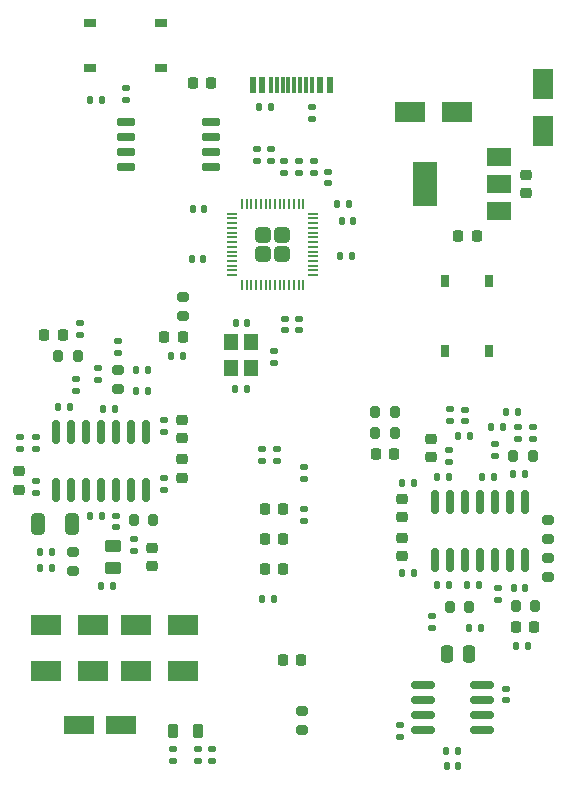
<source format=gbr>
%TF.GenerationSoftware,KiCad,Pcbnew,(6.0.6)*%
%TF.CreationDate,2022-11-11T00:06:58-05:00*%
%TF.ProjectId,RP2040_AS3394,52503230-3430-45f4-9153-333339342e6b,rev?*%
%TF.SameCoordinates,Original*%
%TF.FileFunction,Paste,Top*%
%TF.FilePolarity,Positive*%
%FSLAX46Y46*%
G04 Gerber Fmt 4.6, Leading zero omitted, Abs format (unit mm)*
G04 Created by KiCad (PCBNEW (6.0.6)) date 2022-11-11 00:06:58*
%MOMM*%
%LPD*%
G01*
G04 APERTURE LIST*
G04 Aperture macros list*
%AMRoundRect*
0 Rectangle with rounded corners*
0 $1 Rounding radius*
0 $2 $3 $4 $5 $6 $7 $8 $9 X,Y pos of 4 corners*
0 Add a 4 corners polygon primitive as box body*
4,1,4,$2,$3,$4,$5,$6,$7,$8,$9,$2,$3,0*
0 Add four circle primitives for the rounded corners*
1,1,$1+$1,$2,$3*
1,1,$1+$1,$4,$5*
1,1,$1+$1,$6,$7*
1,1,$1+$1,$8,$9*
0 Add four rect primitives between the rounded corners*
20,1,$1+$1,$2,$3,$4,$5,0*
20,1,$1+$1,$4,$5,$6,$7,0*
20,1,$1+$1,$6,$7,$8,$9,0*
20,1,$1+$1,$8,$9,$2,$3,0*%
G04 Aperture macros list end*
%ADD10RoundRect,0.225000X-0.225000X-0.250000X0.225000X-0.250000X0.225000X0.250000X-0.225000X0.250000X0*%
%ADD11RoundRect,0.135000X-0.185000X0.135000X-0.185000X-0.135000X0.185000X-0.135000X0.185000X0.135000X0*%
%ADD12RoundRect,0.225000X0.250000X-0.225000X0.250000X0.225000X-0.250000X0.225000X-0.250000X-0.225000X0*%
%ADD13RoundRect,0.225000X0.225000X0.250000X-0.225000X0.250000X-0.225000X-0.250000X0.225000X-0.250000X0*%
%ADD14RoundRect,0.135000X0.185000X-0.135000X0.185000X0.135000X-0.185000X0.135000X-0.185000X-0.135000X0*%
%ADD15RoundRect,0.200000X-0.275000X0.200000X-0.275000X-0.200000X0.275000X-0.200000X0.275000X0.200000X0*%
%ADD16RoundRect,0.140000X0.140000X0.170000X-0.140000X0.170000X-0.140000X-0.170000X0.140000X-0.170000X0*%
%ADD17RoundRect,0.200000X-0.200000X-0.275000X0.200000X-0.275000X0.200000X0.275000X-0.200000X0.275000X0*%
%ADD18RoundRect,0.140000X0.170000X-0.140000X0.170000X0.140000X-0.170000X0.140000X-0.170000X-0.140000X0*%
%ADD19RoundRect,0.140000X-0.140000X-0.170000X0.140000X-0.170000X0.140000X0.170000X-0.140000X0.170000X0*%
%ADD20RoundRect,0.250000X0.450000X-0.262500X0.450000X0.262500X-0.450000X0.262500X-0.450000X-0.262500X0*%
%ADD21R,0.750000X1.000000*%
%ADD22RoundRect,0.135000X-0.135000X-0.185000X0.135000X-0.185000X0.135000X0.185000X-0.135000X0.185000X0*%
%ADD23RoundRect,0.200000X0.200000X0.275000X-0.200000X0.275000X-0.200000X-0.275000X0.200000X-0.275000X0*%
%ADD24R,2.000000X1.500000*%
%ADD25R,2.000000X3.800000*%
%ADD26R,0.600000X1.450000*%
%ADD27R,0.300000X1.450000*%
%ADD28RoundRect,0.150000X0.150000X-0.825000X0.150000X0.825000X-0.150000X0.825000X-0.150000X-0.825000X0*%
%ADD29R,1.200000X1.400000*%
%ADD30R,2.500000X1.800000*%
%ADD31RoundRect,0.218750X0.218750X0.381250X-0.218750X0.381250X-0.218750X-0.381250X0.218750X-0.381250X0*%
%ADD32RoundRect,0.250000X0.325000X0.650000X-0.325000X0.650000X-0.325000X-0.650000X0.325000X-0.650000X0*%
%ADD33R,1.800000X2.500000*%
%ADD34RoundRect,0.140000X-0.170000X0.140000X-0.170000X-0.140000X0.170000X-0.140000X0.170000X0.140000X0*%
%ADD35RoundRect,0.150000X-0.650000X-0.150000X0.650000X-0.150000X0.650000X0.150000X-0.650000X0.150000X0*%
%ADD36RoundRect,0.135000X0.135000X0.185000X-0.135000X0.185000X-0.135000X-0.185000X0.135000X-0.185000X0*%
%ADD37RoundRect,0.200000X0.275000X-0.200000X0.275000X0.200000X-0.275000X0.200000X-0.275000X-0.200000X0*%
%ADD38RoundRect,0.150000X-0.825000X-0.150000X0.825000X-0.150000X0.825000X0.150000X-0.825000X0.150000X0*%
%ADD39RoundRect,0.225000X-0.250000X0.225000X-0.250000X-0.225000X0.250000X-0.225000X0.250000X0.225000X0*%
%ADD40RoundRect,0.249999X-0.395001X-0.395001X0.395001X-0.395001X0.395001X0.395001X-0.395001X0.395001X0*%
%ADD41RoundRect,0.050000X-0.387500X-0.050000X0.387500X-0.050000X0.387500X0.050000X-0.387500X0.050000X0*%
%ADD42RoundRect,0.050000X-0.050000X-0.387500X0.050000X-0.387500X0.050000X0.387500X-0.050000X0.387500X0*%
%ADD43RoundRect,0.250000X1.050000X0.550000X-1.050000X0.550000X-1.050000X-0.550000X1.050000X-0.550000X0*%
%ADD44RoundRect,0.150000X-0.150000X0.825000X-0.150000X-0.825000X0.150000X-0.825000X0.150000X0.825000X0*%
%ADD45RoundRect,0.250000X0.250000X0.475000X-0.250000X0.475000X-0.250000X-0.475000X0.250000X-0.475000X0*%
%ADD46R,1.000000X0.750000*%
G04 APERTURE END LIST*
D10*
%TO.C,C33*%
X133972000Y-132461000D03*
X135522000Y-132461000D03*
%TD*%
D11*
%TO.C,R31*%
X118364000Y-111631000D03*
X118364000Y-112651000D03*
%TD*%
D12*
%TO.C,C30*%
X145616000Y-131392000D03*
X145616000Y-129842000D03*
%TD*%
D13*
%TO.C,C45*%
X144905000Y-122758000D03*
X143355000Y-122758000D03*
%TD*%
D14*
%TO.C,R18*%
X122936000Y-130939000D03*
X122936000Y-129919000D03*
%TD*%
D15*
%TO.C,R54*%
X127013000Y-109405000D03*
X127013000Y-111055000D03*
%TD*%
D16*
%TO.C,C27*%
X149525000Y-133792000D03*
X148565000Y-133792000D03*
%TD*%
D17*
%TO.C,R52*%
X143305000Y-119202000D03*
X144955000Y-119202000D03*
%TD*%
D16*
%TO.C,C48*%
X121257000Y-118872000D03*
X120297000Y-118872000D03*
%TD*%
D11*
%TO.C,R17*%
X149553000Y-122360000D03*
X149553000Y-123380000D03*
%TD*%
D16*
%TO.C,C14*%
X132480000Y-111620000D03*
X131520000Y-111620000D03*
%TD*%
D18*
%TO.C,C51*%
X145415000Y-146657000D03*
X145415000Y-145697000D03*
%TD*%
D19*
%TO.C,C8*%
X140109000Y-101538490D03*
X141069000Y-101538490D03*
%TD*%
D14*
%TO.C,R57*%
X114620000Y-125990000D03*
X114620000Y-124970000D03*
%TD*%
D17*
%TO.C,R21*%
X155205000Y-135568000D03*
X156855000Y-135568000D03*
%TD*%
D20*
%TO.C,R13*%
X121158000Y-132357500D03*
X121158000Y-130532500D03*
%TD*%
D19*
%TO.C,C15*%
X131480000Y-117240000D03*
X132440000Y-117240000D03*
%TD*%
D21*
%TO.C,S2*%
X149245000Y-114032500D03*
X149245000Y-108032500D03*
X152995000Y-114032500D03*
X152995000Y-108032500D03*
%TD*%
D11*
%TO.C,R41*%
X119888000Y-115441000D03*
X119888000Y-116461000D03*
%TD*%
D12*
%TO.C,C22*%
X124460000Y-132220000D03*
X124460000Y-130670000D03*
%TD*%
D11*
%TO.C,R6*%
X122257000Y-91692000D03*
X122257000Y-92712000D03*
%TD*%
D14*
%TO.C,R2*%
X138000000Y-94353000D03*
X138000000Y-93333000D03*
%TD*%
D22*
%TO.C,R47*%
X155012000Y-124392000D03*
X156032000Y-124392000D03*
%TD*%
D23*
%TO.C,R53*%
X144955000Y-120980000D03*
X143305000Y-120980000D03*
%TD*%
D24*
%TO.C,U2*%
X153829000Y-102166000D03*
D25*
X147529000Y-99866000D03*
D24*
X153829000Y-99866000D03*
X153829000Y-97566000D03*
%TD*%
D26*
%TO.C,J2*%
X139472000Y-91487500D03*
X138672000Y-91487500D03*
D27*
X137472000Y-91487500D03*
X136472000Y-91487500D03*
X135972000Y-91487500D03*
X134972000Y-91487500D03*
D26*
X132972000Y-91487500D03*
X133772000Y-91487500D03*
D27*
X134472000Y-91487500D03*
X135472000Y-91487500D03*
X136972000Y-91487500D03*
X137972000Y-91487500D03*
%TD*%
D19*
%TO.C,C31*%
X133759000Y-135001000D03*
X134719000Y-135001000D03*
%TD*%
D22*
%TO.C,R10*%
X120140000Y-133858000D03*
X121160000Y-133858000D03*
%TD*%
D28*
%TO.C,U6*%
X116332000Y-125792000D03*
X117602000Y-125792000D03*
X118872000Y-125792000D03*
X120142000Y-125792000D03*
X121412000Y-125792000D03*
X122682000Y-125792000D03*
X123952000Y-125792000D03*
X123952000Y-120842000D03*
X122682000Y-120842000D03*
X121412000Y-120842000D03*
X120142000Y-120842000D03*
X118872000Y-120842000D03*
X117602000Y-120842000D03*
X116332000Y-120842000D03*
%TD*%
D29*
%TO.C,Y1*%
X131103000Y-113200000D03*
X131103000Y-115400000D03*
X132803000Y-115400000D03*
X132803000Y-113200000D03*
%TD*%
D30*
%TO.C,D4*%
X127063000Y-137160000D03*
X123063000Y-137160000D03*
%TD*%
D23*
%TO.C,R34*%
X118137000Y-114427000D03*
X116487000Y-114427000D03*
%TD*%
D11*
%TO.C,R44*%
X153470000Y-121880000D03*
X153470000Y-122900000D03*
%TD*%
D15*
%TO.C,R45*%
X121539000Y-115569992D03*
X121539000Y-117219992D03*
%TD*%
D18*
%TO.C,C50*%
X154410000Y-143575000D03*
X154410000Y-142615000D03*
%TD*%
D31*
%TO.C,FB1*%
X128316500Y-146177000D03*
X126191500Y-146177000D03*
%TD*%
D10*
%TO.C,C37*%
X133972000Y-127381000D03*
X135522000Y-127381000D03*
%TD*%
D11*
%TO.C,R32*%
X117983000Y-116330000D03*
X117983000Y-117350000D03*
%TD*%
D32*
%TO.C,C42*%
X117680000Y-128651000D03*
X114730000Y-128651000D03*
%TD*%
D33*
%TO.C,D2*%
X157537000Y-95389000D03*
X157537000Y-91389000D03*
%TD*%
D15*
%TO.C,R50*%
X117729000Y-131001000D03*
X117729000Y-132651000D03*
%TD*%
D34*
%TO.C,C28*%
X128316500Y-147729000D03*
X128316500Y-148689000D03*
%TD*%
D10*
%TO.C,C12*%
X150355000Y-104267000D03*
X151905000Y-104267000D03*
%TD*%
D35*
%TO.C,U3*%
X122257000Y-94615000D03*
X122257000Y-95885000D03*
X122257000Y-97155000D03*
X122257000Y-98425000D03*
X129457000Y-98425000D03*
X129457000Y-97155000D03*
X129457000Y-95885000D03*
X129457000Y-94615000D03*
%TD*%
D36*
%TO.C,R8*%
X156286000Y-138999000D03*
X155266000Y-138999000D03*
%TD*%
D37*
%TO.C,R15*%
X137160000Y-146113000D03*
X137160000Y-144463000D03*
%TD*%
D36*
%TO.C,R56*%
X115953000Y-131001000D03*
X114933000Y-131001000D03*
%TD*%
D38*
%TO.C,U7*%
X147385000Y-142305000D03*
X147385000Y-143575000D03*
X147385000Y-144845000D03*
X147385000Y-146115000D03*
X152335000Y-146115000D03*
X152335000Y-144845000D03*
X152335000Y-143575000D03*
X152335000Y-142305000D03*
%TD*%
D14*
%TO.C,R11*%
X137287000Y-128399000D03*
X137287000Y-127379000D03*
%TD*%
D11*
%TO.C,R9*%
X149680000Y-118929000D03*
X149680000Y-119949000D03*
%TD*%
%TO.C,R3*%
X135636000Y-97915000D03*
X135636000Y-98935000D03*
%TD*%
D18*
%TO.C,C19*%
X150950000Y-119919000D03*
X150950000Y-118959000D03*
%TD*%
D14*
%TO.C,R36*%
X114607000Y-122320000D03*
X114607000Y-121300000D03*
%TD*%
D22*
%TO.C,R46*%
X123031000Y-115570000D03*
X124051000Y-115570000D03*
%TD*%
D19*
%TO.C,C52*%
X149380000Y-149100000D03*
X150340000Y-149100000D03*
%TD*%
D34*
%TO.C,C20*%
X121412000Y-127960000D03*
X121412000Y-128920000D03*
%TD*%
D11*
%TO.C,R37*%
X135001000Y-122299000D03*
X135001000Y-123319000D03*
%TD*%
D23*
%TO.C,R28*%
X151267000Y-135697000D03*
X149617000Y-135697000D03*
%TD*%
D18*
%TO.C,C4*%
X139319000Y-99794000D03*
X139319000Y-98834000D03*
%TD*%
D36*
%TO.C,R22*%
X149555000Y-124648000D03*
X148535000Y-124648000D03*
%TD*%
%TO.C,R55*%
X127013000Y-114427000D03*
X125993000Y-114427000D03*
%TD*%
D13*
%TO.C,C32*%
X116853000Y-112649000D03*
X115303000Y-112649000D03*
%TD*%
D18*
%TO.C,C6*%
X134493000Y-97889000D03*
X134493000Y-96929000D03*
%TD*%
D16*
%TO.C,C44*%
X152065000Y-133792000D03*
X151105000Y-133792000D03*
%TD*%
D30*
%TO.C,D1*%
X150266000Y-93770000D03*
X146266000Y-93770000D03*
%TD*%
D22*
%TO.C,R1*%
X133445000Y-93380000D03*
X134465000Y-93380000D03*
%TD*%
D39*
%TO.C,C21*%
X148029000Y-121458000D03*
X148029000Y-123008000D03*
%TD*%
D18*
%TO.C,C2*%
X138176000Y-98905000D03*
X138176000Y-97945000D03*
%TD*%
D17*
%TO.C,R23*%
X122875000Y-128270000D03*
X124525000Y-128270000D03*
%TD*%
D16*
%TO.C,C10*%
X128849000Y-101981000D03*
X127889000Y-101981000D03*
%TD*%
D22*
%TO.C,R12*%
X150313000Y-121219000D03*
X151333000Y-121219000D03*
%TD*%
D40*
%TO.C,U1*%
X133838009Y-105775990D03*
X135438009Y-105775990D03*
X133838009Y-104175990D03*
X135438009Y-104175990D03*
D41*
X131200509Y-102375990D03*
X131200509Y-102775990D03*
X131200509Y-103175990D03*
X131200509Y-103575990D03*
X131200509Y-103975990D03*
X131200509Y-104375990D03*
X131200509Y-104775990D03*
X131200509Y-105175990D03*
X131200509Y-105575990D03*
X131200509Y-105975990D03*
X131200509Y-106375990D03*
X131200509Y-106775990D03*
X131200509Y-107175990D03*
X131200509Y-107575990D03*
D42*
X132038009Y-108413490D03*
X132438009Y-108413490D03*
X132838009Y-108413490D03*
X133238009Y-108413490D03*
X133638009Y-108413490D03*
X134038009Y-108413490D03*
X134438009Y-108413490D03*
X134838009Y-108413490D03*
X135238009Y-108413490D03*
X135638009Y-108413490D03*
X136038009Y-108413490D03*
X136438009Y-108413490D03*
X136838009Y-108413490D03*
X137238009Y-108413490D03*
D41*
X138075509Y-107575990D03*
X138075509Y-107175990D03*
X138075509Y-106775990D03*
X138075509Y-106375990D03*
X138075509Y-105975990D03*
X138075509Y-105575990D03*
X138075509Y-105175990D03*
X138075509Y-104775990D03*
X138075509Y-104375990D03*
X138075509Y-103975990D03*
X138075509Y-103575990D03*
X138075509Y-103175990D03*
X138075509Y-102775990D03*
X138075509Y-102375990D03*
D42*
X137238009Y-101538490D03*
X136838009Y-101538490D03*
X136438009Y-101538490D03*
X136038009Y-101538490D03*
X135638009Y-101538490D03*
X135238009Y-101538490D03*
X134838009Y-101538490D03*
X134438009Y-101538490D03*
X134038009Y-101538490D03*
X133638009Y-101538490D03*
X133238009Y-101538490D03*
X132838009Y-101538490D03*
X132438009Y-101538490D03*
X132038009Y-101538490D03*
%TD*%
D11*
%TO.C,R4*%
X136906000Y-97915000D03*
X136906000Y-98935000D03*
%TD*%
D14*
%TO.C,R48*%
X125476000Y-120842000D03*
X125476000Y-119822000D03*
%TD*%
D34*
%TO.C,C29*%
X129540000Y-147729000D03*
X129540000Y-148689000D03*
%TD*%
D22*
%TO.C,R38*%
X153107000Y-120457000D03*
X154127000Y-120457000D03*
%TD*%
D43*
%TO.C,C34*%
X121815000Y-145669000D03*
X118215000Y-145669000D03*
%TD*%
D22*
%TO.C,R49*%
X114933000Y-132334000D03*
X115953000Y-132334000D03*
%TD*%
D44*
%TO.C,U4*%
X156030000Y-126745000D03*
X154760000Y-126745000D03*
X153490000Y-126745000D03*
X152220000Y-126745000D03*
X150950000Y-126745000D03*
X149680000Y-126745000D03*
X148410000Y-126745000D03*
X148410000Y-131695000D03*
X149680000Y-131695000D03*
X150950000Y-131695000D03*
X152220000Y-131695000D03*
X153490000Y-131695000D03*
X154760000Y-131695000D03*
X156030000Y-131695000D03*
%TD*%
D13*
%TO.C,C46*%
X127013000Y-112776000D03*
X125463000Y-112776000D03*
%TD*%
D14*
%TO.C,R19*%
X153744000Y-135062000D03*
X153744000Y-134042000D03*
%TD*%
D22*
%TO.C,R39*%
X154377000Y-119187000D03*
X155397000Y-119187000D03*
%TD*%
D39*
%TO.C,C41*%
X127000000Y-119822000D03*
X127000000Y-121372000D03*
%TD*%
D34*
%TO.C,C1*%
X136906000Y-111280000D03*
X136906000Y-112240000D03*
%TD*%
%TO.C,C13*%
X135710000Y-111280000D03*
X135710000Y-112240000D03*
%TD*%
D45*
%TO.C,C26*%
X151267000Y-139634000D03*
X149367000Y-139634000D03*
%TD*%
D18*
%TO.C,C39*%
X121539000Y-114145000D03*
X121539000Y-113185000D03*
%TD*%
D10*
%TO.C,C17*%
X135510000Y-140130000D03*
X137060000Y-140130000D03*
%TD*%
D14*
%TO.C,R29*%
X148156000Y-137477000D03*
X148156000Y-136457000D03*
%TD*%
D19*
%TO.C,C43*%
X152375000Y-124648000D03*
X153335000Y-124648000D03*
%TD*%
D36*
%TO.C,R27*%
X152287000Y-137475000D03*
X151267000Y-137475000D03*
%TD*%
D14*
%TO.C,R26*%
X125476000Y-125732000D03*
X125476000Y-124712000D03*
%TD*%
D11*
%TO.C,R33*%
X113210000Y-121297993D03*
X113210000Y-122317993D03*
%TD*%
D13*
%TO.C,C16*%
X129457000Y-91313000D03*
X127907000Y-91313000D03*
%TD*%
D30*
%TO.C,D5*%
X115443000Y-141097000D03*
X119443000Y-141097000D03*
%TD*%
D37*
%TO.C,R20*%
X157935000Y-133165000D03*
X157935000Y-131515000D03*
%TD*%
D11*
%TO.C,R14*%
X137287000Y-123823000D03*
X137287000Y-124843000D03*
%TD*%
D30*
%TO.C,D6*%
X119443000Y-137160000D03*
X115443000Y-137160000D03*
%TD*%
D11*
%TO.C,R35*%
X133731000Y-122299000D03*
X133731000Y-123319000D03*
%TD*%
%TO.C,R42*%
X156665000Y-120455000D03*
X156665000Y-121475000D03*
%TD*%
D16*
%TO.C,C11*%
X128750000Y-106172000D03*
X127790000Y-106172000D03*
%TD*%
D19*
%TO.C,C40*%
X123091000Y-117348000D03*
X124051000Y-117348000D03*
%TD*%
%TO.C,C5*%
X140363000Y-105976000D03*
X141323000Y-105976000D03*
%TD*%
D12*
%TO.C,C25*%
X127000000Y-124712000D03*
X127000000Y-123162000D03*
%TD*%
D19*
%TO.C,C9*%
X140490000Y-102997000D03*
X141450000Y-102997000D03*
%TD*%
D36*
%TO.C,R25*%
X146634000Y-125156000D03*
X145614000Y-125156000D03*
%TD*%
D10*
%TO.C,C18*%
X155255000Y-137348000D03*
X156805000Y-137348000D03*
%TD*%
D19*
%TO.C,C23*%
X155042000Y-134044000D03*
X156002000Y-134044000D03*
%TD*%
D36*
%TO.C,R30*%
X146634000Y-132776000D03*
X145614000Y-132776000D03*
%TD*%
D22*
%TO.C,R16*%
X149350000Y-147830000D03*
X150370000Y-147830000D03*
%TD*%
D11*
%TO.C,R40*%
X155395000Y-120455000D03*
X155395000Y-121475000D03*
%TD*%
D10*
%TO.C,C35*%
X133972000Y-129921000D03*
X135522000Y-129921000D03*
%TD*%
D18*
%TO.C,C3*%
X133350000Y-97889000D03*
X133350000Y-96929000D03*
%TD*%
D14*
%TO.C,R7*%
X134708000Y-114980000D03*
X134708000Y-113960000D03*
%TD*%
D16*
%TO.C,C38*%
X117447000Y-118745000D03*
X116487000Y-118745000D03*
%TD*%
D46*
%TO.C,S1*%
X119174000Y-86263000D03*
X125174000Y-86263000D03*
X119174000Y-90013000D03*
X125174000Y-90013000D03*
%TD*%
D39*
%TO.C,C49*%
X113170000Y-124185000D03*
X113170000Y-125735000D03*
%TD*%
D22*
%TO.C,R5*%
X119174000Y-92712000D03*
X120194000Y-92712000D03*
%TD*%
D39*
%TO.C,C24*%
X145616000Y-126540000D03*
X145616000Y-128090000D03*
%TD*%
%TO.C,C7*%
X156083000Y-99091000D03*
X156083000Y-100641000D03*
%TD*%
D30*
%TO.C,D3*%
X123063000Y-141097000D03*
X127063000Y-141097000D03*
%TD*%
D23*
%TO.C,R43*%
X156662000Y-122870000D03*
X155012000Y-122870000D03*
%TD*%
D34*
%TO.C,C36*%
X126238000Y-147729000D03*
X126238000Y-148689000D03*
%TD*%
D19*
%TO.C,C47*%
X119190000Y-127940000D03*
X120150000Y-127940000D03*
%TD*%
D37*
%TO.C,R24*%
X157935000Y-129918000D03*
X157935000Y-128268000D03*
%TD*%
M02*

</source>
